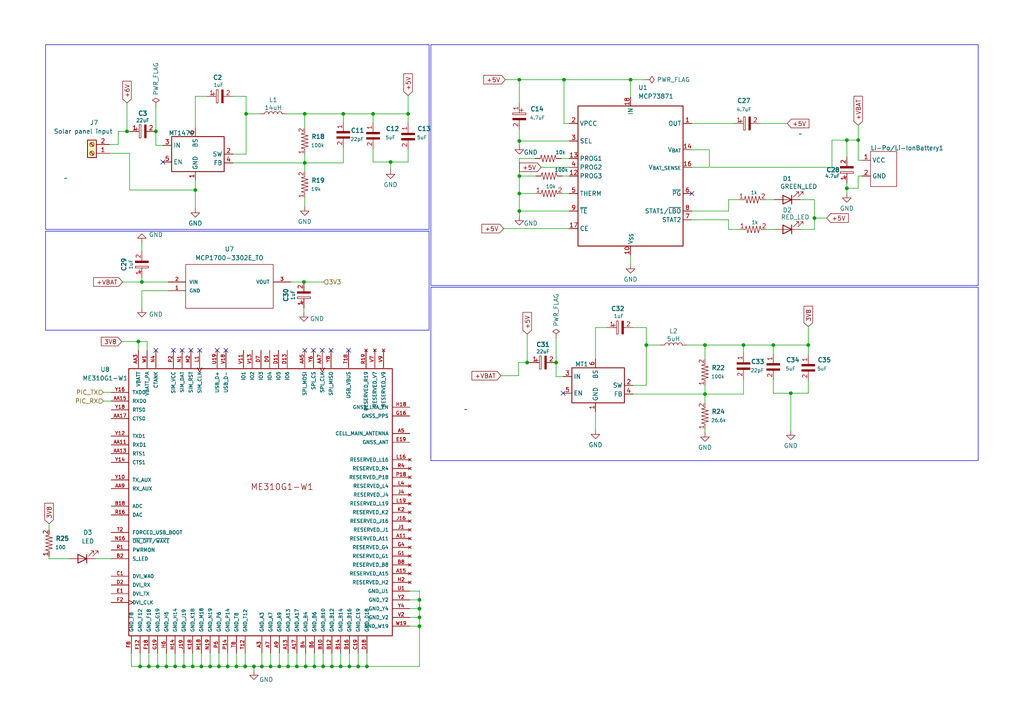
<source format=kicad_sch>
(kicad_sch (version 20230121) (generator eeschema)
  (paper "A4")
  (lib_symbols
    (symbol "Battery_Management:MCP73871"
      (property "Reference" "U1" (at 2.2241 25.654 0))
      (property "Value" "MCP73871" (at 2.2241 23.114 0))
      (symbol "MCP73871_1_1"
        (rectangle (start -15.24 20.32) (end 15.24 -20.32) (stroke (width 0.254)) (fill (type color)))
        (pin power_out line (at 17.78 15.24 180) (length 2.54) (name "OUT") (number "1"))
        (pin power_in line (at 0 -22.86 90) (length 2.54) (name "V_{SS}") (number "10"))
        (pin passive line (at 0 -22.86 90) (length 2.54) hide (name "V_{SS}") (number "11"))
        (pin bidirectional line (at -17.78 0 0) (length 2.54) (name "PROG3") (number "12"))
        (pin bidirectional line (at -17.78 5.08 0) (length 2.54) (name "PROG1") (number "13"))
        (pin power_out line (at 17.78 7.62 180) (length 2.54) (name "V_{BAT}") (number "14"))
        (pin passive line (at 17.78 7.62 180) (length 2.54) hide (name "V_{BAT}") (number "15"))
        (pin input line (at 17.78 2.54 180) (length 2.54) (name "V_{BAT_SENSE}") (number "16"))
        (pin input line (at -17.78 -15.24 0) (length 2.54) (name "CE") (number "17"))
        (pin power_in line (at 0 22.86 270) (length 2.54) (name "IN") (number "18"))
        (pin passive line (at 0 22.86 270) (length 2.54) hide (name "IN") (number "19"))
        (pin input line (at -17.78 15.24 0) (length 2.54) (name "VPCC") (number "2"))
        (pin passive line (at 0 -22.86 90) (length 2.54) hide (name "V_{SS}") (number "21"))
        (pin input line (at -17.78 10.16 0) (length 2.54) (name "SEL") (number "3"))
        (pin input line (at -17.78 2.54 0) (length 2.54) (name "PROG2") (number "4"))
        (pin bidirectional line (at -17.78 -5.08 0) (length 2.54) (name "THERM") (number "5"))
        (pin open_collector line (at 17.78 -5.08 180) (length 2.54) (name "~{PG}") (number "6"))
        (pin open_collector line (at 17.78 -12.7 180) (length 2.54) (name "STAT2") (number "7"))
        (pin open_collector line (at 17.78 -10.16 180) (length 2.54) (name "STAT1/~{LBO}") (number "8"))
        (pin input line (at -17.78 -10.16 0) (length 2.54) (name "~{TE}") (number "9"))
      )
    )
    (symbol "Connector:Screw_Terminal_01x02" (pin_names (offset 1.016) hide)
      (property "Reference" "J" (at 0 2.54 0))
      (property "Value" "Screw_Terminal_01x02" (at 0 -5.08 0))
      (symbol "Screw_Terminal_01x02_1_1"
        (rectangle (start -1.27 1.27) (end 1.27 -3.81) (stroke (width 0.254)) (fill (type background)))
        (circle (center 0 -2.54) (radius 0.635) (stroke (width 0.1524)))
        (polyline (pts (xy -0.5334 -2.2098) (xy 0.3302 -3.048)) (stroke (width 0.1524)))
        (polyline (pts (xy -0.5334 0.3302) (xy 0.3302 -0.508)) (stroke (width 0.1524)))
        (polyline (pts (xy -0.3556 -2.032) (xy 0.508 -2.8702)) (stroke (width 0.1524)))
        (polyline (pts (xy -0.3556 0.508) (xy 0.508 -0.3302)) (stroke (width 0.1524)))
        (circle (center 0 0) (radius 0.635) (stroke (width 0.1524)))
        (pin passive line (at -5.08 0 0) (length 3.81) (name "Pin_1") (number "1"))
        (pin passive line (at -5.08 -2.54 0) (length 3.81) (name "Pin_2") (number "2"))
      )
    )
    (symbol "Device:L" (pin_numbers hide) (pin_names (offset 1.016) hide)
      (property "Reference" "L" (at -1.27 0 90))
      (property "Value" "L" (at 1.905 0 90))
      (symbol "L_0_1"
        (arc (start 0 -2.54) (mid 0.6323 -1.905) (end 0 -1.27))
        (arc (start 0 -1.27) (mid 0.6323 -0.635) (end 0 0))
        (arc (start 0 0) (mid 0.6323 0.635) (end 0 1.27))
        (arc (start 0 1.27) (mid 0.6323 1.905) (end 0 2.54))
      )
      (symbol "L_1_1"
        (pin passive line (at 0 3.81 270) (length 1.27) (name "1") (number "1"))
        (pin passive line (at 0 -3.81 90) (length 1.27) (name "2") (number "2"))
      )
    )
    (symbol "Device:LED" (pin_numbers hide) (pin_names (offset 1.016) hide)
      (property "Reference" "D" (at 0 2.54 0))
      (property "Value" "LED" (at 0 -2.54 0))
      (symbol "LED_0_1"
        (polyline (pts (xy -1.27 -1.27) (xy -1.27 1.27)) (stroke (width 0.254)))
        (polyline (pts (xy -1.27 0) (xy 1.27 0)))
        (polyline (pts (xy 1.27 -1.27) (xy 1.27 1.27) (xy -1.27 0) (xy 1.27 -1.27)) (stroke (width 0.254)))
        (polyline (pts (xy -3.048 -0.762) (xy -4.572 -2.286) (xy -3.81 -2.286) (xy -4.572 -2.286) (xy -4.572 -1.524)))
        (polyline (pts (xy -1.778 -0.762) (xy -3.302 -2.286) (xy -2.54 -2.286) (xy -3.302 -2.286) (xy -3.302 -1.524)))
      )
      (symbol "LED_1_1"
        (pin passive line (at -3.81 0 0) (length 2.54) (name "K") (number "1"))
        (pin passive line (at 3.81 0 180) (length 2.54) (name "A") (number "2"))
      )
    )
    (symbol "GND_1" (power) (pin_numbers hide) (pin_names (offset 0) hide)
      (property "Value" "GND_1" (at 0 -3.81 0))
      (symbol "GND_1_0_1"
        (polyline (pts (xy 0 0) (xy 0 -1.27) (xy 1.27 -1.27) (xy 0 -2.54) (xy -1.27 -1.27) (xy 0 -1.27)))
      )
      (symbol "GND_1_1_1"
        (pin power_in line (at 0 0 270) (length 0) hide (name "GND") (number "1"))
      )
    )
    (symbol "GND_2" (power) (pin_numbers hide) (pin_names (offset 0) hide)
      (property "Value" "GND_2" (at 0 -3.81 0))
      (symbol "GND_2_0_1"
        (polyline (pts (xy 0 0) (xy 0 -1.27) (xy 1.27 -1.27) (xy 0 -2.54) (xy -1.27 -1.27) (xy 0 -1.27)))
      )
      (symbol "GND_2_1_1"
        (pin power_in line (at 0 0 270) (length 0) hide (name "GND") (number "1"))
      )
    )
    (symbol "GND_3" (power) (pin_numbers hide) (pin_names (offset 0) hide)
      (property "Value" "GND_3" (at 0 -3.81 0))
      (symbol "GND_3_0_1"
        (polyline (pts (xy 0 0) (xy 0 -1.27) (xy 1.27 -1.27) (xy 0 -2.54) (xy -1.27 -1.27) (xy 0 -1.27)))
      )
      (symbol "GND_3_1_1"
        (pin power_in line (at 0 0 270) (length 0) hide (name "GND") (number "1"))
      )
    )
    (symbol "MCP1700:MCP1700-3302E_TO" (pin_names (offset 1.016))
      (property "Reference" "U7" (at 0 6.985 0))
      (property "Value" "MCP1700-3302E_TO" (at 0 4.445 0))
      (symbol "MCP1700-3302E_TO_0_0"
        (pin passive line (at -17.78 -5.08 0) (length 5.08) (name "GND") (number "1"))
        (pin input line (at -17.78 -2.54 0) (length 5.08) (name "VIN") (number "2"))
        (pin output line (at 17.78 -2.54 180) (length 5.08) (name "VOUT") (number "3"))
      )
      (symbol "MCP1700-3302E_TO_1_0"
        (rectangle (start -12.7 2.54) (end 12.7 -10.16) (fill (type color)))
      )
    )
    (symbol "ME310G1-W1:ME310G1-W1" (pin_names (offset 1.016))
      (property "Reference" "U8" (at -60.198 37.107 0))
      (property "Value" "ME310G1-W1" (at -60.198 34.567 0))
      (symbol "ME310G1-W1_0_0"
        (text "ME310G1-W1" (at -18.034 2.032 0) (effects (font (size 1.778 1.778)) (justify left bottom)))
        (pin no_connect line (at 28.194 -11.938 180) (length 5.08) (name "RESERVED_A11") (number "A11"))
        (pin power_in line (at -7.112 -45.212 90) (length 5.08) (name "GND_A13") (number "A13"))
        (pin no_connect line (at 28.194 -22.098 180) (length 5.08) (name "RESERVED_A15") (number "A15"))
        (pin power_in line (at -4.572 -45.212 90) (length 5.08) (name "GND_A17") (number "A17"))
        (pin power_in line (at -14.732 -45.212 90) (length 5.08) (name "GND_A3") (number "A3"))
        (pin bidirectional line (at 28.194 18.542 180) (length 5.08) (name "CELL_MAIN_ANTENNA") (number "A5"))
        (pin power_in line (at -12.192 -45.212 90) (length 5.08) (name "GND_A7") (number "A7"))
        (pin power_in line (at -9.652 -45.212 90) (length 5.08) (name "GND_A9") (number "A9"))
        (pin output line (at -58.42 15.24 0) (length 5.08) (name "RXD1") (number "AA11"))
        (pin input line (at -58.42 12.7 0) (length 5.08) (name "RTS1") (number "AA13"))
        (pin output line (at -58.42 27.94 0) (length 5.08) (name "RXD0") (number "AA15"))
        (pin output line (at -58.42 22.86 0) (length 5.08) (name "CTS0") (number "AA17"))
        (pin power_in line (at -50.546 42.672 270) (length 5.08) (name "VBATT") (number "AA3"))
        (pin bidirectional line (at -2.286 42.672 270) (length 5.08) (name "SPI_MOSI") (number "AA5"))
        (pin bidirectional clock (at 2.794 42.672 270) (length 5.08) (name "SPI_CLK") (number "AA7"))
        (pin input line (at -58.42 2.54 0) (length 5.08) (name "RX_AUX") (number "AA9"))
        (pin power_in line (at 3.048 -45.212 90) (length 5.08) (name "GND_B10") (number "B10"))
        (pin power_in line (at 5.588 -45.212 90) (length 5.08) (name "GND_B12") (number "B12"))
        (pin power_in line (at 8.128 -45.212 90) (length 5.08) (name "GND_B14") (number "B14"))
        (pin power_in line (at 10.668 -45.212 90) (length 5.08) (name "GND_B16") (number "B16"))
        (pin input line (at -58.42 -2.54 0) (length 5.08) (name "ADC") (number "B18"))
        (pin output line (at -58.42 -17.78 0) (length 5.08) (name "S_LED") (number "B2"))
        (pin power_in line (at -2.032 -45.212 90) (length 5.08) (name "GND_B4") (number "B4"))
        (pin power_in line (at 0.508 -45.212 90) (length 5.08) (name "GND_B6") (number "B6"))
        (pin no_connect line (at 28.194 -19.558 180) (length 5.08) (name "RESERVED_B8") (number "B8"))
        (pin bidirectional line (at -58.42 -22.86 0) (length 5.08) (name "DVI_WA0") (number "C1"))
        (pin power_in line (at 13.208 -45.212 90) (length 5.08) (name "GND_C19") (number "C19"))
        (pin bidirectional line (at -9.906 42.672 270) (length 5.08) (name "IO5") (number "D11"))
        (pin bidirectional line (at -7.366 42.672 270) (length 5.08) (name "IO6") (number "D13"))
        (pin power_in line (at 15.748 -45.212 90) (length 5.08) (name "GND_D18") (number "D18"))
        (pin output line (at -58.42 -25.4 0) (length 5.08) (name "DVI_RX") (number "D2"))
        (pin bidirectional line (at -14.986 42.672 270) (length 5.08) (name "IO3") (number "D7"))
        (pin bidirectional line (at -12.446 42.672 270) (length 5.08) (name "IO4") (number "D9"))
        (pin input line (at -58.42 -27.94 0) (length 5.08) (name "DVI_TX") (number "E1"))
        (pin input line (at 28.194 16.002 180) (length 5.08) (name "GNSS_ANT") (number "E19"))
        (pin power_in line (at -50.038 -45.212 90) (length 5.08) (name "GND_F12") (number "F12"))
        (pin power_in line (at -47.498 -45.212 90) (length 5.08) (name "GND_F18") (number "F18"))
        (pin bidirectional clock (at -58.42 -30.48 0) (length 5.08) (name "DVI_CLK") (number "F2"))
        (pin power_in line (at -52.578 -45.212 90) (length 5.08) (name "GND_F8") (number "F8"))
        (pin no_connect line (at 28.194 -17.018 180) (length 5.08) (name "RESERVED_G1") (number "G1"))
        (pin output line (at 28.194 23.622 180) (length 5.08) (name "GNSS_PPS") (number "G16"))
        (pin power_in line (at -44.958 -45.212 90) (length 5.08) (name "GND_G19") (number "G19"))
        (pin no_connect line (at 28.194 -14.478 180) (length 5.08) (name "RESERVED_G4") (number "G4"))
        (pin power_in line (at -39.878 -45.212 90) (length 5.08) (name "GND_H14") (number "H14"))
        (pin output line (at 28.194 26.162 180) (length 5.08) (name "GNSS_LNA_EN") (number "H18"))
        (pin no_connect line (at 28.194 -24.638 180) (length 5.08) (name "RESERVED_H2") (number "H2"))
        (pin power_in line (at -42.418 -45.212 90) (length 5.08) (name "GND_H6") (number "H6"))
        (pin no_connect line (at 28.194 -9.398 180) (length 5.08) (name "RESERVED_J1") (number "J1"))
        (pin no_connect line (at 28.194 -6.858 180) (length 5.08) (name "RESERVED_J16") (number "J16"))
        (pin power_in line (at -37.338 -45.212 90) (length 5.08) (name "GND_J19") (number "J19"))
        (pin no_connect line (at 28.194 0.762 180) (length 5.08) (name "RESERVED_J4") (number "J4"))
        (pin power_in line (at -34.798 -45.212 90) (length 5.08) (name "GND_K18") (number "K18"))
        (pin no_connect line (at 28.194 -4.318 180) (length 5.08) (name "RESERVED_K2") (number "K2"))
        (pin output clock (at -32.766 42.672 270) (length 5.08) (name "SIM_CLK") (number "L1"))
        (pin no_connect line (at 28.194 10.922 180) (length 5.08) (name "RESERVED_L16") (number "L16"))
        (pin no_connect line (at 28.194 -1.778 180) (length 5.08) (name "RESERVED_L19") (number "L19"))
        (pin no_connect line (at 28.194 3.302 180) (length 5.08) (name "RESERVED_L4") (number "L4"))
        (pin power_in line (at -32.258 -45.212 90) (length 5.08) (name "GND_M18") (number "M18"))
        (pin output line (at -35.306 42.672 270) (length 5.08) (name "SIM_RST") (number "M2"))
        (pin bidirectional line (at -37.846 42.672 270) (length 5.08) (name "SIM_DAT") (number "N1"))
        (pin input line (at -58.42 -12.7 0) (length 5.08) (name "~{ON_OFF}/~{WAKE}") (number "N16"))
        (pin power_in line (at -29.718 -45.212 90) (length 5.08) (name "GND_N19") (number "N19"))
        (pin passive line (at -45.466 42.672 270) (length 5.08) (name "CTANK") (number "N4"))
        (pin power_in line (at -24.638 -45.212 90) (length 5.08) (name "GND_P14") (number "P14"))
        (pin no_connect line (at 28.194 5.842 180) (length 5.08) (name "RESERVED_P18") (number "P18"))
        (pin power_in line (at -40.386 42.672 270) (length 5.08) (name "SIM_VCC") (number "P2"))
        (pin power_in line (at -27.178 -45.212 90) (length 5.08) (name "GND_P6") (number "P6"))
        (pin output line (at -58.42 -15.24 0) (length 5.08) (name "PWRMON") (number "R1"))
        (pin output line (at -58.42 -5.08 0) (length 5.08) (name "DAC") (number "R16"))
        (pin no_connect line (at 15.494 42.672 270) (length 5.08) (name "RESERVED_R19") (number "R19"))
        (pin no_connect line (at 28.194 8.382 180) (length 5.08) (name "RESERVED_R4") (number "R4"))
        (pin power_in line (at -19.558 -45.212 90) (length 5.08) (name "GND_T12") (number "T12"))
        (pin input line (at 10.414 42.672 270) (length 5.08) (name "USB_VBUS") (number "T18"))
        (pin input line (at -58.42 -10.16 0) (length 5.08) (name "FORCED_USB_BOOT") (number "T2"))
        (pin power_in line (at -22.098 -45.212 90) (length 5.08) (name "GND_T8") (number "T8"))
        (pin power_in line (at 28.194 -27.178 180) (length 5.08) (name "GND_U1") (number "U1"))
        (pin bidirectional line (at -27.686 42.672 270) (length 5.08) (name "USB_D+") (number "U19"))
        (pin bidirectional line (at -20.066 42.672 270) (length 5.08) (name "IO1") (number "V11"))
        (pin bidirectional line (at -17.526 42.672 270) (length 5.08) (name "IO2") (number "V13"))
        (pin bidirectional line (at -25.146 42.672 270) (length 5.08) (name "USB_D-") (number "V18"))
        (pin power_in line (at 28.194 -34.798 180) (length 5.08) (name "GND_V2") (number "V2"))
        (pin no_connect line (at 18.034 42.672 270) (length 5.08) (name "RESERVED_V7") (number "V7"))
        (pin no_connect line (at 20.574 42.672 270) (length 5.08) (name "RESERVED_V9") (number "V9"))
        (pin power_in line (at -48.006 42.672 270) (length 5.08) (name "VBATT_PA") (number "W1"))
        (pin power_in line (at 28.194 -37.338 180) (length 5.08) (name "GND_W19") (number "W19"))
        (pin output line (at -58.42 5.08 0) (length 5.08) (name "TX_AUX") (number "Y10"))
        (pin input line (at -58.42 17.78 0) (length 5.08) (name "TXD1") (number "Y12"))
        (pin output line (at -58.42 10.16 0) (length 5.08) (name "CTS1") (number "Y14"))
        (pin input line (at -58.42 30.48 0) (length 5.08) (name "TXD0") (number "Y16"))
        (pin input line (at -58.42 25.4 0) (length 5.08) (name "RTS0") (number "Y18"))
        (pin power_in line (at 28.194 -29.718 180) (length 5.08) (name "GND_Y2") (number "Y2"))
        (pin power_in line (at 28.194 -32.258 180) (length 5.08) (name "GND_Y4") (number "Y4"))
        (pin bidirectional line (at 0.254 42.672 270) (length 5.08) (name "SPI_CS") (number "Y6"))
        (pin bidirectional line (at 5.334 42.672 270) (length 5.08) (name "SPI_MISO") (number "Y8"))
      )
      (symbol "ME310G1-W1_1_0"
        (rectangle (start -53.34 37.338) (end 23.114 -40.132) (stroke (width 0.254)))
      )
    )
    (symbol "Res_1" (pin_numbers hide) (pin_names hide)
      (property "Reference" "R" (at 0 4.445 0))
      (property "Value" "100R" (at 0 2.54 0))
      (symbol "Res_1_0_1"
        (polyline (pts (xy -1.778 0) (xy -2.032 1.016) (xy -2.286 0) (xy -2.54 0) (xy -2.54 0)))
        (polyline (pts (xy -1.27 0) (xy -1.524 -1.016) (xy -1.778 0) (xy -1.778 0) (xy -1.778 0)))
        (polyline (pts (xy -1.27 0) (xy -1.016 1.016) (xy -0.762 0) (xy -0.508 -1.016) (xy -0.254 0)))
        (polyline (pts (xy -0.254 0) (xy 0 1.016) (xy 0.254 0) (xy 0.508 -1.016) (xy 0.762 0)))
        (polyline (pts (xy 0.762 0) (xy 1.016 1.016) (xy 1.27 0) (xy 1.27 0) (xy 1.27 0)))
        (polyline (pts (xy 1.778 0) (xy 1.524 -1.016) (xy 1.27 0) (xy 1.27 0) (xy 1.27 0)))
        (polyline (pts (xy 1.778 0) (xy 2.032 1.016) (xy 2.286 0) (xy 2.54 0) (xy 2.54 0)))
      )
      (symbol "Res_1_1_1"
        (pin passive line (at -3.81 0 0) (length 1.27) (name "~") (number "1"))
        (pin passive line (at 3.81 0 180) (length 1.27) (name "~") (number "2"))
      )
    )
    (symbol "Triet_KiCAD_Sym:CAP_CER" (pin_names hide)
      (property "Reference" "C" (at 4.445 1.905 0))
      (property "Value" "nF" (at 4.445 0 0))
      (symbol "CAP_CER_0_1"
        (rectangle (start -1.905 -0.508) (end 1.905 -1.016) (fill (type outline)))
      )
      (symbol "CAP_CER_1_1"
        (rectangle (start -1.905 1.016) (end 1.905 0.508) (fill (type color) (color 132 0 0 1)))
        (pin passive line (at 0 3.81 270) (length 2.794) (name "~") (number "1"))
        (pin passive line (at 0 -3.81 90) (length 2.794) (name "~") (number "2"))
      )
    )
    (symbol "Triet_KiCAD_Sym:CAP_POL" (pin_names hide)
      (property "Reference" "C" (at 4.445 1.905 0))
      (property "Value" "uF" (at 4.445 0 0))
      (symbol "CAP_POL_0_1"
        (rectangle (start -1.905 -0.508) (end 1.905 -1.016) (fill (type outline)))
        (rectangle (start -1.905 1.016) (end 1.905 0.508))
      )
      (symbol "CAP_POL_1_1"
        (text "+" (at 0.635 1.905 0) (effects (font (size 1.27 1.27))))
        (pin passive line (at 0 3.81 270) (length 2.794) (name "~") (number "1"))
        (pin passive line (at 0 -3.81 90) (length 2.794) (name "~") (number "2"))
      )
    )
    (symbol "Triet_KiCAD_Sym:Res" (pin_names hide)
      (property "Reference" "R" (at 0 4.445 0))
      (property "Value" "100R" (at 0 2.54 0))
      (symbol "Res_0_1"
        (polyline (pts (xy -1.778 0) (xy -2.032 1.016) (xy -2.286 0) (xy -2.54 0) (xy -2.54 0)))
        (polyline (pts (xy -1.27 0) (xy -1.524 -1.016) (xy -1.778 0) (xy -1.778 0) (xy -1.778 0)))
        (polyline (pts (xy -1.27 0) (xy -1.016 1.016) (xy -0.762 0) (xy -0.508 -1.016) (xy -0.254 0)))
        (polyline (pts (xy -0.254 0) (xy 0 1.016) (xy 0.254 0) (xy 0.508 -1.016) (xy 0.762 0)))
        (polyline (pts (xy 0.762 0) (xy 1.016 1.016) (xy 1.27 0) (xy 1.27 0) (xy 1.27 0)))
        (polyline (pts (xy 1.778 0) (xy 1.524 -1.016) (xy 1.27 0) (xy 1.27 0) (xy 1.27 0)))
        (polyline (pts (xy 1.778 0) (xy 2.032 1.016) (xy 2.286 0) (xy 2.54 0) (xy 2.54 0)))
      )
      (symbol "Res_1_1"
        (pin passive line (at -3.81 0 0) (length 1.27) (name "~") (number "1"))
        (pin passive line (at 3.81 0 180) (length 1.27) (name "~") (number "2"))
      )
    )
    (symbol "power:GND" (power) (pin_numbers hide) (pin_names (offset 0) hide)
      (property "Value" "GND" (at 0 -3.81 0))
      (symbol "GND_0_1"
        (polyline (pts (xy 0 0) (xy 0 -1.27) (xy 1.27 -1.27) (xy 0 -2.54) (xy -1.27 -1.27) (xy 0 -1.27)))
      )
      (symbol "GND_1_1"
        (pin power_in line (at 0 0 270) (length 0) hide (name "GND") (number "1"))
      )
    )
    (symbol "power:PWR_FLAG" (power) (pin_numbers hide) (pin_names (offset 0) hide)
      (property "Value" "PWR_FLAG" (at 0 3.81 0))
      (symbol "PWR_FLAG_0_0"
        (pin power_out line (at 0 0 90) (length 0) (name "pwr") (number "1"))
      )
      (symbol "PWR_FLAG_0_1"
        (polyline (pts (xy 0 0) (xy 0 1.27) (xy -1.016 1.905) (xy 0 2.54) (xy 1.016 1.905) (xy 0 1.27)))
      )
    )
    (symbol "thinh:Li-Po/Li-Ion_Battery"
      (property "Reference" "Li-Po/Li-IonBattery1" (at 20.32 -4.064 0))
      (property "Value" "~" (at 0 0 0))
      (symbol "Li-Po/Li-Ion_Battery_0_1"
        (rectangle (start 20.32 -5.08) (end 27.94 -15.24))
      )
      (symbol "Li-Po/Li-Ion_Battery_1_1"
        (pin power_in line (at 17.78 -7.62 0) (length 2.54) (name "VCC") (number "1"))
        (pin power_in line (at 17.78 -12.192 0) (length 2.54) (name "GND") (number "2"))
      )
    )
    (symbol "thinh:MT1470"
      (property "Reference" "MT1470" (at 34.8724 22.875 0))
      (property "Value" "~" (at 1.2626 9.7725 0))
      (symbol "MT1470_1_1"
        (rectangle (start 32.004 21.844) (end 47.244 11.684) (stroke (width 0.254)) (fill (type color)))
        (pin power_in line (at 38.862 9.144 90) (length 2.54) (name "GND") (number "1"))
        (pin power_out line (at 49.784 16.764 180) (length 2.54) (name "SW") (number "2"))
        (pin power_in line (at 29.464 19.304 0) (length 2.54) (name "IN") (number "3"))
        (pin input line (at 49.784 14.224 180) (length 2.54) (name "FB") (number "4"))
        (pin input line (at 29.464 14.478 0) (length 2.54) (name "EN") (number "5"))
        (pin passive line (at 38.862 24.384 270) (length 2.54) (name "BS") (number "6"))
      )
    )
  )
  (junction (at 86.106 193.294))
  (junction (at 204.47 100.076))
  (junction (at 150.622 40.894))
  (junction (at 88.646 193.294))
  (junction (at 106.426 193.294))
  (junction (at 150.622 61.214))
  (junction (at 78.486 193.294))
  (junction (at 99.568 33.02))
  (junction (at 88.392 33.02))
  (junction (at 41.148 81.788))
  (junction (at 36.83 38.1))
  (junction (at 48.26 193.294))
  (junction (at 150.622 23.114))
  (junction (at 204.47 114.3))
  (junction (at 55.88 193.294))
  (junction (at 103.886 193.294))
  (junction (at 58.42 193.294))
  (junction (at 45.212 38.1))
  (junction (at 182.88 23.114))
  (junction (at 83.566 193.294))
  (junction (at 118.364 33.02))
  (junction (at 234.442 100.076))
  (junction (at 93.726 193.294))
  (junction (at 50.8 193.294))
  (junction (at 91.186 193.294))
  (junction (at 245.618 54.61))
  (junction (at 73.66 193.294))
  (junction (at 68.58 193.294))
  (junction (at 161.29 105.156))
  (junction (at 71.12 193.294))
  (junction (at 163.576 23.114))
  (junction (at 150.622 51.054))
  (junction (at 150.622 56.134))
  (junction (at 40.132 99.06))
  (junction (at 45.72 193.294))
  (junction (at 108.204 33.02))
  (junction (at 121.666 179.07))
  (junction (at 71.374 33.02))
  (junction (at 245.618 40.64))
  (junction (at 248.92 40.64))
  (junction (at 88.138 81.788))
  (junction (at 224.282 100.076))
  (junction (at 81.026 193.294))
  (junction (at 56.642 55.118))
  (junction (at 75.946 193.294))
  (junction (at 101.346 193.294))
  (junction (at 43.18 193.294))
  (junction (at 215.646 100.076))
  (junction (at 53.34 193.294))
  (junction (at 187.452 100.076))
  (junction (at 96.266 193.294))
  (junction (at 121.666 176.53))
  (junction (at 229.362 114.046))
  (junction (at 40.64 193.294))
  (junction (at 98.806 193.294))
  (junction (at 66.04 193.294))
  (junction (at 152.908 105.156))
  (junction (at 88.392 47.244))
  (junction (at 113.284 46.99))
  (junction (at 63.5 193.294))
  (junction (at 236.22 63.246))
  (junction (at 121.666 181.61))
  (junction (at 60.96 193.294))
  (junction (at 121.666 173.99))
  (no_connect (at 90.932 101.6))
  (no_connect (at 57.912 101.6))
  (no_connect (at 163.322 114.046))
  (no_connect (at 47.244 46.99))
  (no_connect (at 55.372 101.6))
  (no_connect (at 50.292 101.6))
  (no_connect (at 65.532 101.6))
  (no_connect (at 52.832 101.6))
  (no_connect (at 101.092 101.6))
  (no_connect (at 93.472 101.6))
  (no_connect (at 96.012 101.6))
  (no_connect (at 45.212 101.6))
  (no_connect (at 62.992 101.6))
  (no_connect (at 88.392 101.6))
  (no_connect (at 200.66 56.134))
  (wire (pts (xy 121.666 179.07) (xy 121.666 181.61)))
  (wire (pts (xy 165.1 35.814) (xy 163.576 35.814)))
  (wire (pts (xy 121.666 176.53) (xy 121.666 179.07)))
  (wire (pts (xy 150.622 37.592) (xy 150.622 40.894)))
  (wire (pts (xy 91.186 193.294) (xy 93.726 193.294)))
  (wire (pts (xy 40.132 99.06) (xy 40.132 101.6)))
  (wire (pts (xy 236.22 63.246) (xy 236.22 66.548)))
  (wire (pts (xy 118.872 181.61) (xy 121.666 181.61)))
  (wire (pts (xy 106.426 193.294) (xy 121.666 193.294)))
  (wire (pts (xy 71.12 189.484) (xy 71.12 193.294)))
  (wire (pts (xy 63.5 193.294) (xy 66.04 193.294)))
  (wire (pts (xy 37.592 55.118) (xy 56.642 55.118)))
  (wire (pts (xy 204.47 111.76) (xy 204.47 114.3)))
  (wire (pts (xy 91.186 189.484) (xy 91.186 193.294)))
  (wire (pts (xy 204.47 100.076) (xy 215.646 100.076)))
  (wire (pts (xy 88.646 193.294) (xy 91.186 193.294)))
  (wire (pts (xy 38.1 189.484) (xy 38.1 193.294)))
  (wire (pts (xy 211.328 57.912) (xy 214.376 57.912)))
  (wire (pts (xy 34.29 41.91) (xy 34.29 38.1)))
  (wire (pts (xy 53.34 193.294) (xy 53.34 189.484)))
  (wire (pts (xy 41.148 70.358) (xy 41.148 72.898)))
  (wire (pts (xy 58.42 189.484) (xy 58.42 193.294)))
  (wire (pts (xy 211.328 63.754) (xy 211.328 66.548)))
  (wire (pts (xy 56.642 55.118) (xy 56.642 60.452)))
  (wire (pts (xy 224.282 110.236) (xy 224.282 114.046)))
  (wire (pts (xy 86.106 189.484) (xy 86.106 193.294)))
  (wire (pts (xy 204.47 114.3) (xy 204.47 116.84)))
  (wire (pts (xy 88.392 33.02) (xy 88.392 37.084)))
  (wire (pts (xy 36.83 38.1) (xy 37.592 38.1)))
  (wire (pts (xy 67.564 47.244) (xy 88.392 47.244)))
  (wire (pts (xy 99.568 33.02) (xy 108.204 33.02)))
  (wire (pts (xy 113.284 46.99) (xy 118.364 46.99)))
  (wire (pts (xy 222.25 66.548) (xy 224.536 66.548)))
  (wire (pts (xy 172.72 119.38) (xy 172.72 124.714)))
  (wire (pts (xy 150.622 23.114) (xy 163.576 23.114)))
  (wire (pts (xy 241.3 48.514) (xy 241.3 40.64)))
  (wire (pts (xy 162.814 45.974) (xy 165.1 45.974)))
  (wire (pts (xy 150.622 45.974) (xy 155.194 45.974)))
  (wire (pts (xy 48.768 84.328) (xy 41.148 84.328)))
  (wire (pts (xy 108.204 33.02) (xy 108.204 35.56)))
  (wire (pts (xy 45.72 189.484) (xy 45.72 193.294)))
  (wire (pts (xy 108.204 33.02) (xy 118.364 33.02)))
  (wire (pts (xy 60.96 193.294) (xy 63.5 193.294)))
  (wire (pts (xy 55.88 193.294) (xy 58.42 193.294)))
  (wire (pts (xy 234.442 100.076) (xy 234.442 102.87)))
  (wire (pts (xy 187.452 100.076) (xy 191.516 100.076)))
  (wire (pts (xy 182.88 23.114) (xy 187.198 23.114)))
  (wire (pts (xy 41.148 81.788) (xy 48.768 81.788)))
  (wire (pts (xy 118.364 27.686) (xy 118.364 33.02)))
  (wire (pts (xy 234.442 94.742) (xy 234.442 100.076)))
  (wire (pts (xy 73.66 193.294) (xy 75.946 193.294)))
  (wire (pts (xy 88.392 47.244) (xy 99.568 47.244)))
  (wire (pts (xy 248.92 46.482) (xy 249.936 46.482)))
  (wire (pts (xy 215.646 100.076) (xy 215.646 102.362)))
  (wire (pts (xy 71.374 33.02) (xy 75.438 33.02)))
  (wire (pts (xy 245.618 40.64) (xy 245.618 45.466)))
  (wire (pts (xy 71.374 33.02) (xy 71.374 44.704)))
  (wire (pts (xy 101.346 193.294) (xy 101.346 189.484)))
  (wire (pts (xy 172.72 94.996) (xy 172.72 104.14)))
  (wire (pts (xy 43.18 193.294) (xy 43.18 189.484)))
  (wire (pts (xy 229.362 114.046) (xy 229.362 124.968)))
  (wire (pts (xy 40.64 193.294) (xy 40.64 189.484)))
  (wire (pts (xy 41.148 80.518) (xy 41.148 81.788)))
  (wire (pts (xy 108.204 43.18) (xy 108.204 46.99)))
  (wire (pts (xy 150.622 61.214) (xy 150.622 62.738)))
  (wire (pts (xy 35.306 99.06) (xy 40.132 99.06)))
  (wire (pts (xy 75.946 193.294) (xy 78.486 193.294)))
  (wire (pts (xy 150.622 51.054) (xy 150.622 56.134)))
  (wire (pts (xy 103.886 193.294) (xy 106.426 193.294)))
  (wire (pts (xy 163.068 51.054) (xy 165.1 51.054)))
  (wire (pts (xy 118.872 176.53) (xy 121.666 176.53)))
  (wire (pts (xy 106.426 189.484) (xy 106.426 193.294)))
  (wire (pts (xy 56.642 27.94) (xy 56.642 37.084)))
  (wire (pts (xy 35.56 81.788) (xy 41.148 81.788)))
  (wire (pts (xy 50.8 193.294) (xy 53.34 193.294)))
  (wire (pts (xy 34.29 38.1) (xy 36.83 38.1)))
  (wire (pts (xy 103.886 189.484) (xy 103.886 193.294)))
  (wire (pts (xy 187.452 111.76) (xy 183.642 111.76)))
  (wire (pts (xy 83.058 33.02) (xy 88.392 33.02)))
  (wire (pts (xy 236.22 57.912) (xy 236.22 63.246)))
  (wire (pts (xy 29.972 113.792) (xy 32.258 113.792)))
  (wire (pts (xy 71.374 27.94) (xy 71.374 33.02)))
  (wire (pts (xy 88.138 89.408) (xy 88.138 90.678)))
  (wire (pts (xy 150.622 56.134) (xy 150.622 61.214)))
  (wire (pts (xy 152.908 96.901) (xy 152.908 105.156)))
  (wire (pts (xy 66.04 193.294) (xy 68.58 193.294)))
  (wire (pts (xy 121.666 181.61) (xy 121.666 193.294)))
  (wire (pts (xy 241.3 40.64) (xy 245.618 40.64)))
  (wire (pts (xy 161.29 105.156) (xy 161.29 109.22)))
  (wire (pts (xy 96.266 189.484) (xy 96.266 193.294)))
  (wire (pts (xy 150.622 45.974) (xy 150.622 51.054)))
  (wire (pts (xy 118.872 171.45) (xy 121.666 171.45)))
  (wire (pts (xy 150.622 40.894) (xy 150.622 42.164)))
  (wire (pts (xy 220.472 35.814) (xy 228.346 35.814)))
  (wire (pts (xy 182.88 73.914) (xy 182.88 76.708)))
  (wire (pts (xy 205.74 43.434) (xy 205.74 48.514)))
  (wire (pts (xy 38.1 193.294) (xy 40.64 193.294)))
  (wire (pts (xy 204.47 124.46) (xy 204.47 125.476)))
  (wire (pts (xy 245.618 54.61) (xy 245.618 56.134)))
  (wire (pts (xy 88.392 47.244) (xy 88.392 49.784)))
  (wire (pts (xy 245.618 40.64) (xy 248.92 40.64)))
  (wire (pts (xy 156.972 48.514) (xy 165.1 48.514)))
  (wire (pts (xy 45.212 38.1) (xy 45.212 42.164)))
  (wire (pts (xy 31.75 44.45) (xy 37.592 44.45)))
  (wire (pts (xy 98.806 189.484) (xy 98.806 193.294)))
  (wire (pts (xy 232.156 57.912) (xy 236.22 57.912)))
  (wire (pts (xy 45.72 193.294) (xy 48.26 193.294)))
  (wire (pts (xy 161.29 109.22) (xy 163.322 109.22)))
  (wire (pts (xy 83.566 189.484) (xy 83.566 193.294)))
  (wire (pts (xy 150.622 61.214) (xy 165.1 61.214)))
  (wire (pts (xy 234.442 110.49) (xy 234.442 114.046)))
  (wire (pts (xy 183.642 114.3) (xy 204.47 114.3)))
  (wire (pts (xy 221.996 57.912) (xy 224.536 57.912)))
  (wire (pts (xy 150.368 108.966) (xy 150.368 105.156)))
  (wire (pts (xy 48.26 193.294) (xy 50.8 193.294)))
  (wire (pts (xy 55.88 189.484) (xy 55.88 193.294)))
  (wire (pts (xy 36.83 29.845) (xy 36.83 38.1)))
  (wire (pts (xy 41.148 84.328) (xy 41.148 89.408)))
  (wire (pts (xy 71.12 193.294) (xy 73.66 193.294)))
  (wire (pts (xy 245.618 53.086) (xy 245.618 54.61)))
  (wire (pts (xy 60.96 189.484) (xy 60.96 193.294)))
  (wire (pts (xy 84.328 81.788) (xy 88.138 81.788)))
  (wire (pts (xy 31.75 41.91) (xy 34.29 41.91)))
  (wire (pts (xy 29.972 116.332) (xy 32.258 116.332)))
  (wire (pts (xy 200.66 43.434) (xy 205.74 43.434)))
  (wire (pts (xy 248.92 40.64) (xy 248.92 46.482)))
  (wire (pts (xy 146.558 23.114) (xy 150.622 23.114)))
  (wire (pts (xy 99.568 42.926) (xy 99.568 47.244)))
  (wire (pts (xy 42.672 99.06) (xy 42.672 101.6)))
  (wire (pts (xy 187.452 94.996) (xy 187.452 100.076)))
  (wire (pts (xy 56.642 52.324) (xy 56.642 55.118)))
  (wire (pts (xy 81.026 189.484) (xy 81.026 193.294)))
  (wire (pts (xy 71.374 44.704) (xy 67.564 44.704)))
  (wire (pts (xy 150.622 51.054) (xy 155.448 51.054)))
  (wire (pts (xy 229.362 114.046) (xy 234.442 114.046)))
  (wire (pts (xy 88.392 44.704) (xy 88.392 47.244)))
  (wire (pts (xy 14.224 161.29) (xy 14.224 162.052)))
  (wire (pts (xy 176.022 94.996) (xy 172.72 94.996)))
  (wire (pts (xy 67.564 27.94) (xy 71.374 27.94)))
  (wire (pts (xy 73.66 193.294) (xy 73.66 194.564)))
  (wire (pts (xy 121.666 173.99) (xy 121.666 176.53)))
  (wire (pts (xy 63.5 189.484) (xy 63.5 193.294)))
  (wire (pts (xy 163.576 35.814) (xy 163.576 23.114)))
  (wire (pts (xy 245.618 54.61) (xy 248.92 54.61)))
  (wire (pts (xy 45.212 30.988) (xy 45.212 38.1)))
  (wire (pts (xy 40.64 193.294) (xy 43.18 193.294)))
  (wire (pts (xy 215.646 100.076) (xy 224.282 100.076)))
  (wire (pts (xy 88.392 57.404) (xy 88.392 59.944)))
  (wire (pts (xy 53.34 193.294) (xy 55.88 193.294)))
  (wire (pts (xy 88.646 189.484) (xy 88.646 193.294)))
  (wire (pts (xy 199.136 100.076) (xy 204.47 100.076)))
  (wire (pts (xy 78.486 193.294) (xy 81.026 193.294)))
  (wire (pts (xy 165.1 40.894) (xy 150.622 40.894)))
  (wire (pts (xy 59.944 27.94) (xy 56.642 27.94)))
  (wire (pts (xy 101.346 193.294) (xy 103.886 193.294)))
  (wire (pts (xy 224.282 100.076) (xy 234.442 100.076)))
  (wire (pts (xy 86.106 193.294) (xy 88.646 193.294)))
  (wire (pts (xy 146.05 66.294) (xy 165.1 66.294)))
  (wire (pts (xy 248.92 51.054) (xy 248.92 54.61)))
  (wire (pts (xy 248.92 36.322) (xy 248.92 40.64)))
  (wire (pts (xy 224.282 114.046) (xy 229.362 114.046)))
  (wire (pts (xy 152.908 105.156) (xy 153.67 105.156)))
  (wire (pts (xy 200.66 61.214) (xy 211.328 61.214)))
  (wire (pts (xy 236.22 63.246) (xy 239.776 63.246)))
  (wire (pts (xy 145.288 108.966) (xy 150.368 108.966)))
  (wire (pts (xy 150.368 105.156) (xy 152.908 105.156)))
  (wire (pts (xy 163.576 23.114) (xy 182.88 23.114)))
  (wire (pts (xy 99.568 33.02) (xy 99.568 35.306)))
  (wire (pts (xy 121.666 171.45) (xy 121.666 173.99)))
  (wire (pts (xy 98.806 193.294) (xy 101.346 193.294)))
  (wire (pts (xy 236.22 66.548) (xy 232.156 66.548)))
  (wire (pts (xy 37.592 44.45) (xy 37.592 55.118)))
  (wire (pts (xy 183.642 94.996) (xy 187.452 94.996)))
  (wire (pts (xy 14.224 151.892) (xy 14.224 153.67)))
  (wire (pts (xy 50.8 193.294) (xy 50.8 189.484)))
  (wire (pts (xy 118.364 43.434) (xy 118.364 46.99)))
  (wire (pts (xy 182.88 23.114) (xy 182.88 28.194)))
  (wire (pts (xy 161.29 98.044) (xy 161.29 105.156)))
  (wire (pts (xy 200.66 35.814) (xy 212.852 35.814)))
  (wire (pts (xy 45.212 42.164) (xy 47.244 42.164)))
  (wire (pts (xy 150.622 23.114) (xy 150.622 29.972)))
  (wire (pts (xy 78.486 189.484) (xy 78.486 193.294)))
  (wire (pts (xy 58.42 193.294) (xy 60.96 193.294)))
  (wire (pts (xy 83.566 193.294) (xy 86.106 193.294)))
  (wire (pts (xy 187.452 100.076) (xy 187.452 111.76)))
  (wire (pts (xy 224.282 100.076) (xy 224.282 102.616)))
  (wire (pts (xy 211.328 61.214) (xy 211.328 57.912)))
  (wire (pts (xy 205.74 48.514) (xy 200.66 48.514)))
  (wire (pts (xy 75.946 189.484) (xy 75.946 193.294)))
  (wire (pts (xy 118.872 179.07) (xy 121.666 179.07)))
  (wire (pts (xy 200.66 63.754) (xy 211.328 63.754)))
  (wire (pts (xy 118.364 33.02) (xy 118.364 35.814)))
  (wire (pts (xy 121.666 173.99) (xy 118.872 173.99)))
  (wire (pts (xy 163.068 56.134) (xy 165.1 56.134)))
  (wire (pts (xy 93.726 193.294) (xy 96.266 193.294)))
  (wire (pts (xy 204.47 114.3) (xy 215.646 114.3)))
  (wire (pts (xy 93.726 189.484) (xy 93.726 193.294)))
  (wire (pts (xy 27.686 162.052) (xy 32.258 162.052)))
  (wire (pts (xy 88.392 33.02) (xy 99.568 33.02)))
  (wire (pts (xy 96.266 193.294) (xy 98.806 193.294)))
  (wire (pts (xy 113.284 46.99) (xy 113.284 49.276)))
  (wire (pts (xy 48.26 193.294) (xy 48.26 189.484)))
  (wire (pts (xy 81.026 193.294) (xy 83.566 193.294)))
  (wire (pts (xy 88.138 81.788) (xy 93.853 81.788)))
  (wire (pts (xy 205.994 48.514) (xy 241.3 48.514)))
  (wire (pts (xy 43.18 193.294) (xy 45.72 193.294)))
  (wire (pts (xy 108.204 46.99) (xy 113.284 46.99)))
  (wire (pts (xy 248.92 51.054) (xy 249.936 51.054)))
  (wire (pts (xy 150.622 56.134) (xy 155.448 56.134)))
  (wire (pts (xy 66.04 189.484) (xy 66.04 193.294)))
  (wire (pts (xy 14.224 162.052) (xy 20.066 162.052)))
  (wire (pts (xy 40.132 99.06) (xy 42.672 99.06)))
  (wire (pts (xy 204.47 100.076) (xy 204.47 104.14)))
  (wire (pts (xy 215.646 109.982) (xy 215.646 114.3)))
  (wire (pts (xy 68.58 193.294) (xy 71.12 193.294)))
  (wire (pts (xy 214.63 66.548) (xy 211.328 66.548)))
  (wire (pts (xy 68.58 189.484) (xy 68.58 193.294)))
  (rectangle (start 13.208 12.954) (end 124.46 66.548))
  (rectangle (start 13.208 67.056) (end 124.46 95.758))
  (rectangle (start 124.968 12.954) (end 283.718 82.804))
  (rectangle (start 124.968 83.312) (end 283.718 133.604))
  (global_label "+5V" (shape input) (at 152.908 96.901 90) (property "Intersheetrefs" "${INTERSHEET_REFS}" (effects hide)))
  (global_label "3V8" (shape input) (at 234.442 94.742 90) (property "Intersheetrefs" "${INTERSHEET_REFS}" (effects hide)))
  (global_label "+5V" (shape input) (at 118.364 27.686 90) (property "Intersheetrefs" "${INTERSHEET_REFS}" (effects hide)))
  (global_label "+VBAT" (shape input) (at 35.56 81.788 180) (property "Intersheetrefs" "${INTERSHEET_REFS}" (effects hide)))
  (global_label "3V8" (shape input) (at 14.224 151.892 90) (property "Intersheetrefs" "${INTERSHEET_REFS}" (effects hide)))
  (global_label "3V8" (shape input) (at 35.306 99.06 180) (property "Intersheetrefs" "${INTERSHEET_REFS}" (effects hide)))
  (global_label "+5V" (shape input) (at 239.776 63.246 0) (property "Intersheetrefs" "${INTERSHEET_REFS}" (effects hide)))
  (global_label "+5V" (shape input) (at 156.972 48.514 180) (property "Intersheetrefs" "${INTERSHEET_REFS}" (effects hide)))
  (global_label "+VBAT" (shape input) (at 248.92 36.322 90) (property "Intersheetrefs" "${INTERSHEET_REFS}" (effects hide)))
  (global_label "+5V" (shape input) (at 228.346 35.814 0) (property "Intersheetrefs" "${INTERSHEET_REFS}" (effects hide)))
  (global_label "+6V" (shape input) (at 36.83 29.845 90) (property "Intersheetrefs" "${INTERSHEET_REFS}" (effects hide)))
  (global_label "+VBAT" (shape input) (at 145.288 108.966 180) (property "Intersheetrefs" "${INTERSHEET_REFS}" (effects hide)))
  (global_label "+5V" (shape input) (at 146.05 66.294 180) (property "Intersheetrefs" "${INTERSHEET_REFS}" (effects hide)))
  (global_label "+5V" (shape input) (at 146.558 23.114 180) (property "Intersheetrefs" "${INTERSHEET_REFS}" (effects hide)))
  (hierarchical_label "PIC_RX" (shape input) (at 29.972 116.332 180))
  (hierarchical_label "3V3" (shape input) (at 93.853 81.788 0))
  (hierarchical_label "PIC_TX" (shape input) (at 29.972 113.792 180))
  (symbol (lib_id "ME310G1-W1:ME310G1-W1") (at 90.678 144.272 0) (unit 1)
    (property "Reference" "U8" (at 30.48 107.165 0))
    (property "Value" "ME310G1-W1" (at 30.48 109.705 0))
    (property "Description" "\nLTE-M NB-IoT module Global variant\n" (effects hide))
  )
  (symbol (lib_id "Triet_KiCAD_Sym:CAP_CER") (at 108.204 39.37 0) (unit 1)
    (property "Reference" "C12" (at 111.76 37.3379 0) (effects (font bold) (justify left)))
    (property "Value" "5uF" (at 111.76 39.878 0) (effects (font (size 1.016 1.016)) (justify left)))
  )
  (symbol (lib_id "Triet_KiCAD_Sym:CAP_POL") (at 157.48 105.156 90) (unit 1)
    (property "Reference" "C31" (at 157.48 99.949 90) (effects (font bold)))
    (property "Value" "22uF" (at 157.48 101.981 90) (effects (font (size 1.016 1.016))))
  )
  (symbol (lib_name "Res_1") (lib_id "Triet_KiCAD_Sym:Res") (at 159.258 51.054 0) (unit 1)
    (property "Reference" "R2" (effects hide))
    (property "Value" "100k" (at 162.814 49.276 0) (effects (font (size 1.016 1.016))))
  )
  (symbol (lib_id "Triet_KiCAD_Sym:CAP_POL") (at 179.832 94.996 90) (unit 1)
    (property "Reference" "C32" (at 179.197 89.535 90) (effects (font bold)))
    (property "Value" "1uF" (at 179.451 91.694 90) (effects (font (size 1.016 1.016))))
  )
  (symbol (lib_name "GND_2") (lib_id "power:GND") (at 245.618 56.134 0) (unit 1)
    (property "Reference" "#PWR034" (effects hide))
    (property "Value" "GND" (at 245.618 60.452 0))
  )
  (symbol (lib_name "GND_1") (lib_id "power:GND") (at 56.642 60.452 0) (unit 1)
    (property "Reference" "#PWR07" (effects hide))
    (property "Value" "GND" (at 56.642 64.77 0))
  )
  (symbol (lib_name "Res_1") (lib_id "Triet_KiCAD_Sym:Res") (at 159.004 45.974 0) (unit 1)
    (property "Reference" "R23" (effects hide))
    (property "Value" "10k" (at 162.56 44.196 0) (effects (font (size 1.016 1.016))))
  )
  (symbol (lib_id "Device:LED") (at 228.346 57.912 180) (unit 1)
    (property "Reference" "D1" (at 228.346 51.816 0))
    (property "Value" "GREEN_LED" (at 231.648 54.102 0))
  )
  (symbol (lib_name "GND_3") (lib_id "power:GND") (at 73.66 194.564 0) (unit 1)
    (property "Reference" "#PWR041" (effects hide))
    (property "Value" "GND" (at 77.216 197.104 0))
  )
  (symbol (lib_id "power:GND") (at 41.148 70.358 180) (unit 1)
    (property "Reference" "#PWR036" (effects hide))
    (property "Value" "GND" (at 45.212 68.072 0))
  )
  (symbol (lib_id "Triet_KiCAD_Sym:Res") (at 218.186 57.912 0) (unit 1)
    (property "Reference" "R17" (effects hide))
    (property "Value" "1k" (at 218.694 55.88 0) (effects (font (size 1.016 1.016))))
  )
  (symbol (lib_id "Triet_KiCAD_Sym:CAP_CER") (at 215.646 106.172 0) (unit 1)
    (property "Reference" "C33" (at 217.678 104.902 0) (effects (font bold) (justify left)))
    (property "Value" "22pF" (at 217.678 107.442 0) (effects (font (size 1.016 1.016)) (justify left)))
  )
  (symbol (lib_id "power:GND") (at 88.138 90.678 0) (unit 1)
    (property "Reference" "#PWR037" (effects hide))
    (property "Value" "GND" (at 91.948 92.456 0))
  )
  (symbol (lib_id "power:GND") (at 204.47 125.476 0) (unit 1)
    (property "Reference" "#PWR039" (effects hide))
    (property "Value" "GND" (at 204.47 129.794 0))
  )
  (symbol (lib_id "thinh:MT1470") (at 17.78 61.468 0) (unit 1)
    (property "Reference" "MT1470" (at 52.6524 38.593 0))
    (property "Value" "~" (at 19.0426 51.6955 0))
  )
  (symbol (lib_name "GND_2") (lib_id "power:GND") (at 150.622 62.738 0) (unit 1)
    (property "Reference" "#PWR032" (effects hide))
    (property "Value" "GND" (at 153.924 64.77 0))
  )
  (symbol (lib_id "Triet_KiCAD_Sym:CAP_POL") (at 41.402 38.1 90) (unit 1)
    (property "Reference" "C3" (at 41.402 32.893 90) (effects (font bold)))
    (property "Value" "22uF" (at 41.402 34.925 90) (effects (font (size 1.016 1.016))))
  )
  (symbol (lib_id "power:PWR_FLAG") (at 187.198 23.114 270) (unit 1)
    (property "Reference" "#FLG02" (effects hide))
    (property "Value" "PWR_FLAG" (at 190.5 23.1139 90) (effects (justify left)))
  )
  (symbol (lib_id "Triet_KiCAD_Sym:CAP_CER") (at 224.282 106.426 0) (unit 1)
    (property "Reference" "C34" (at 227.838 104.3939 0) (effects (font bold) (justify left)))
    (property "Value" "5uF" (at 227.838 106.934 0) (effects (font (size 1.016 1.016)) (justify left)))
  )
  (symbol (lib_id "Triet_KiCAD_Sym:CAP_CER") (at 118.364 39.624 0) (unit 1)
    (property "Reference" "C13" (at 120.904 37.338 0) (effects (font bold) (justify left)))
    (property "Value" "5uF" (at 120.904 39.8781 0) (effects (font (size 1.016 1.016)) (justify left)))
  )
  (symbol (lib_name "GND_1") (lib_id "power:GND") (at 172.72 124.714 0) (unit 1)
    (property "Reference" "#PWR038" (effects hide))
    (property "Value" "GND" (at 172.72 129.032 0))
  )
  (symbol (lib_id "Device:L") (at 79.248 33.02 90) (unit 1)
    (property "Reference" "L1" (at 79.248 28.956 90))
    (property "Value" "14uH" (at 79.248 31.242 90))
  )
  (symbol (lib_id "Triet_KiCAD_Sym:CAP_POL") (at 245.618 49.276 180) (unit 1)
    (property "Reference" "C28" (at 239.522 49.276 0) (effects (font bold) (justify right)))
    (property "Value" "4.7uF" (at 239.268 51.054 0) (effects (font (size 1.016 1.016)) (justify right)))
  )
  (symbol (lib_id "Triet_KiCAD_Sym:Res") (at 204.47 120.65 90) (unit 1)
    (property "Reference" "R24" (at 206.248 119.3799 90) (effects (font bold) (justify right)))
    (property "Value" "26.6k" (at 206.248 121.92 90) (effects (font (size 1.016 1.016)) (justify right)))
  )
  (symbol (lib_id "Device:LED") (at 228.346 66.548 180) (unit 1)
    (property "Reference" "D2" (at 228.346 60.96 0))
    (property "Value" "RED_LED" (at 230.632 62.992 0))
  )
  (symbol (lib_id "Triet_KiCAD_Sym:CAP_POL") (at 41.148 76.708 180) (unit 1)
    (property "Reference" "C29" (at 35.941 76.708 90) (effects (font bold)))
    (property "Value" "1uF" (at 37.973 76.708 90) (effects (font (size 1.016 1.016))))
  )
  (symbol (lib_id "MCP1700:MCP1700-3302E_TO") (at 66.548 79.248 0) (unit 1)
    (property "Reference" "U7" (at 66.548 72.263 0))
    (property "Value" "MCP1700-3302E_TO" (at 66.548 74.803 0))
    (property "Description" "\nPwr Sply Func,Voltage Regulator,LDO,TO-92,PD 644mW,VO 3.3V,Regline +/-0.75%/V | Microchip Technology Inc. MCP1700-3302E/TO\n" (effects hide))
  )
  (symbol (lib_id "Triet_KiCAD_Sym:CAP_POL") (at 150.622 33.782 0) (unit 1)
    (property "Reference" "C14" (at 153.67 31.6158 0) (effects (font bold) (justify left)))
    (property "Value" "4.7uF" (at 153.67 34.1559 0) (effects (font (size 1.016 1.016)) (justify left)))
  )
  (symbol (lib_id "Triet_KiCAD_Sym:Res") (at 88.392 40.894 90) (unit 1)
    (property "Reference" "R18" (at 90.17 39.6239 90) (effects (font bold) (justify right)))
    (property "Value" "100k" (at 90.17 42.164 90) (effects (font (size 1.016 1.016)) (justify right)))
  )
  (symbol (lib_id "Triet_KiCAD_Sym:Res") (at 218.44 66.548 0) (unit 1)
    (property "Reference" "R21" (effects hide))
    (property "Value" "1k" (at 218.948 64.516 0) (effects (font (size 1.016 1.016))))
  )
  (symbol (lib_id "power:GND") (at 41.148 89.408 0) (unit 1)
    (property "Reference" "#PWR035" (effects hide))
    (property "Value" "GND" (at 45.212 91.186 0))
  )
  (symbol (lib_id "power:GND") (at 229.362 124.968 0) (unit 1)
    (property "Reference" "#PWR040" (effects hide))
    (property "Value" "GND" (at 229.362 129.286 0))
  )
  (symbol (lib_id "Triet_KiCAD_Sym:CAP_CER") (at 99.568 39.116 0) (unit 1)
    (property "Reference" "C11" (at 101.6 37.846 0) (effects (font bold) (justify left)))
    (property "Value" "22pF" (at 101.6 40.386 0) (effects (font (size 1.016 1.016)) (justify left)))
  )
  (symbol (lib_id "Device:LED") (at 23.876 162.052 180) (unit 1)
    (property "Reference" "D3" (at 25.4635 154.432 0))
    (property "Value" "LED" (at 25.4635 156.972 0))
  )
  (symbol (lib_id "Battery_Management:MCP73871") (at 182.88 51.054 0) (unit 1)
    (property "Reference" "U1" (at 185.1041 25.4 0) (effects (justify left)))
    (property "Value" "MCP73871" (at 185.1041 27.94 0) (effects (justify left)))
  )
  (symbol (lib_id "power:PWR_FLAG") (at 45.212 30.988 0) (unit 1)
    (property "Reference" "#FLG06" (effects hide))
    (property "Value" "PWR_FLAG" (at 45.2119 27.686 90) (effects (justify left)))
  )
  (symbol (lib_id "Connector:Screw_Terminal_01x02") (at 26.67 44.45 180) (unit 1)
    (property "Reference" "J7" (at 27.305 35.56 0))
    (property "Value" "Solar panel input" (at 24.13 38.1 0))
  )
  (symbol (lib_id "thinh:Li-Po/Li-Ion_Battery") (at 232.156 38.862 0) (unit 1)
    (property "Reference" "Li-Po/Li-IonBattery1" (at 252.476 42.926 0) (effects (justify left)))
    (property "Value" "~" (at 232.156 38.862 0))
  )
  (symbol (lib_id "Triet_KiCAD_Sym:CAP_POL") (at 63.754 27.94 90) (unit 1)
    (property "Reference" "C2" (at 63.119 22.479 90) (effects (font bold)))
    (property "Value" "1uF" (at 63.373 24.638 90) (effects (font (size 1.016 1.016))))
  )
  (symbol (lib_id "Triet_KiCAD_Sym:CAP_CER") (at 234.442 106.68 0) (unit 1)
    (property "Reference" "C35" (at 236.982 104.394 0) (effects (font bold) (justify left)))
    (property "Value" "5uF" (at 236.982 106.9341 0) (effects (font (size 1.016 1.016)) (justify left)))
  )
  (symbol (lib_name "GND_2") (lib_id "power:GND") (at 182.88 76.708 0) (unit 1)
    (property "Reference" "#PWR024" (effects hide))
    (property "Value" "GND" (at 182.88 81.026 0))
  )
  (symbol (lib_id "Triet_KiCAD_Sym:CAP_POL") (at 216.662 35.814 90) (unit 1)
    (property "Reference" "C27" (at 215.7659 29.21 90) (effects (font bold)))
    (property "Value" "4.7uF" (at 215.7659 31.75 90) (effects (font (size 1.016 1.016))))
  )
  (symbol (lib_id "Triet_KiCAD_Sym:Res") (at 159.258 56.134 0) (unit 1)
    (property "Reference" "R20" (effects hide))
    (property "Value" "10k" (at 159.766 54.102 0) (effects (font (size 1.016 1.016))))
  )
  (symbol (lib_id "Device:L") (at 195.326 100.076 90) (unit 1)
    (property "Reference" "L2" (at 195.326 96.012 90))
    (property "Value" "5uH" (at 195.326 98.298 90))
  )
  (symbol (lib_name "GND_2") (lib_id "power:GND") (at 150.622 42.164 0) (unit 1)
    (property "Reference" "#PWR033" (effects hide))
    (property "Value" "GND" (at 153.924 44.196 0))
  )
  (symbol (lib_id "Triet_KiCAD_Sym:Res") (at 14.224 157.48 90) (unit 1)
    (property "Reference" "R25" (at 16.002 156.2099 90) (effects (font bold) (justify right)))
    (property "Value" "100" (at 16.002 158.75 90) (effects (font (size 1.016 1.016)) (justify right)))
  )
  (symbol (lib_id "power:GND") (at 88.392 59.944 0) (unit 1)
    (property "Reference" "#PWR022" (effects hide))
    (property "Value" "GND" (at 88.392 64.262 0))
  )
  (symbol (lib_id "power:GND") (at 113.284 49.276 0) (unit 1)
    (property "Reference" "#PWR023" (effects hide))
    (property "Value" "GND" (at 113.284 53.594 0))
  )
  (symbol (lib_id "power:PWR_FLAG") (at 161.29 98.044 0) (unit 1)
    (property "Reference" "#FLG05" (effects hide))
    (property "Value" "PWR_FLAG" (at 161.2899 94.742 90) (effects (justify left)))
  )
  (symbol (lib_id "thinh:MT1470") (at 133.858 128.524 0) (unit 1)
    (property "Reference" "MT1" (at 168.7304 105.649 0))
    (property "Value" "~" (at 135.1206 118.7515 0))
  )
  (symbol (lib_id "Triet_KiCAD_Sym:Res") (at 88.392 53.594 90) (unit 1)
    (property "Reference" "R19" (at 90.17 52.3239 90) (effects (font bold) (justify right)))
    (property "Value" "19k" (at 90.17 54.864 90) (effects (font (size 1.016 1.016)) (justify right)))
  )
  (symbol (lib_id "Triet_KiCAD_Sym:CAP_POL") (at 88.138 85.598 180) (unit 1)
    (property "Reference" "C30" (at 82.931 85.598 90) (effects (font bold)))
    (property "Value" "1uF" (at 84.963 85.598 90) (effects (font (size 1.016 1.016))))
  )
  (symbol (lib_id "Triet_KiCAD_Sym:Res") (at 204.47 107.95 90) (unit 1)
    (property "Reference" "R22" (at 206.248 106.6799 90) (effects (font bold) (justify right)))
    (property "Value" "100k" (at 206.248 109.22 90) (effects (font (size 1.016 1.016)) (justify right)))
  )
)
</source>
